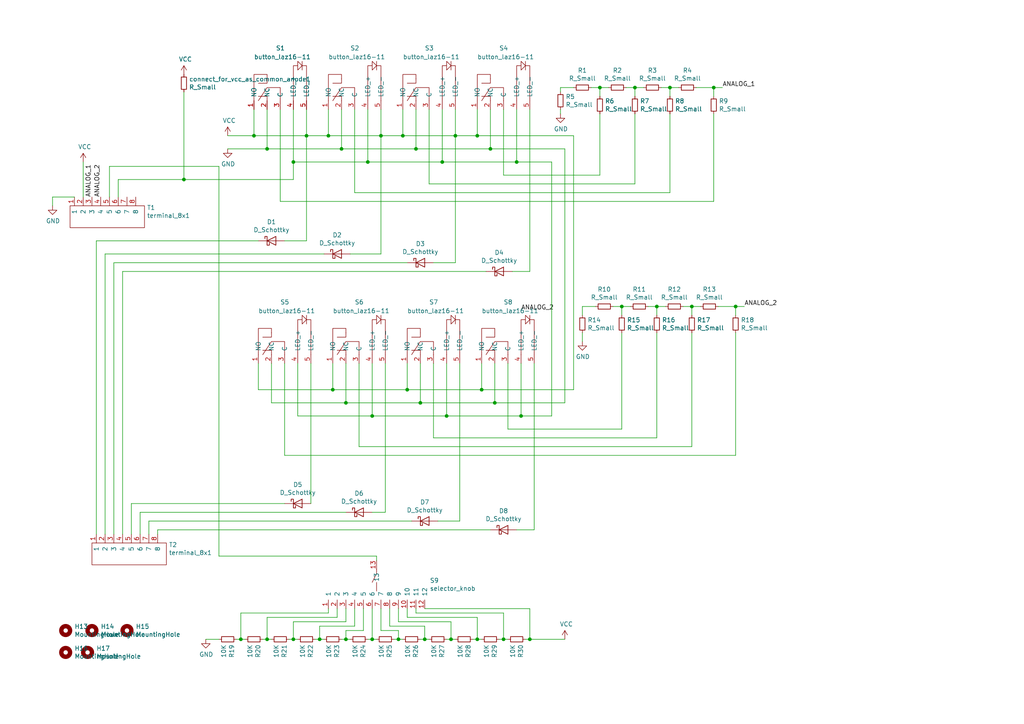
<source format=kicad_sch>
(kicad_sch (version 20211123) (generator eeschema)
  (paper "A4")
  (lib_symbols
    (symbol "Luciebox_components:D_Schottky" (pin_numbers hide) (pin_names (offset 1.016) hide)
      (property "Reference" "D" (at 0 2.54 0))
      (property "Value" "D_Schottky" (at 0 -2.54 0))
      (symbol "D_Schottky_0_1"
        (polyline (pts (xy 1.27 0) (xy -1.27 0)))
        (polyline (pts (xy 1.27 1.27) (xy 1.27 -1.27) (xy -1.27 0) (xy 1.27 1.27)) (stroke (width 0.2032)))
        (polyline (pts (xy -1.905 0.635) (xy -1.905 1.27) (xy -1.27 1.27) (xy -1.27 -1.27) (xy -0.635 -1.27) (xy -0.635 -0.635)) (stroke (width 0.2032)))
      )
      (symbol "D_Schottky_1_1"
        (pin passive line (at -3.81 0 0) (length 2.54) (name "K") (number "1"))
        (pin passive line (at 3.81 0 180) (length 2.54) (name "A") (number "2"))
      )
    )
    (symbol "Luciebox_components:MountingHole" (pin_names (offset 1.016))
      (property "Reference" "H" (at 0 5.08 0))
      (property "Value" "MountingHole" (at 0 3.175 0))
      (symbol "MountingHole_0_1"
        (circle (center 0 0) (radius 1.27) (stroke (width 1.27)))
      )
    )
    (symbol "Luciebox_components:R_Small" (pin_numbers hide) (pin_names (offset 0.254) hide)
      (property "Reference" "R" (at 0.762 0.508 0))
      (property "Value" "R_Small" (at 0.762 -1.016 0))
      (symbol "R_Small_0_1"
        (rectangle (start -0.762 1.778) (end 0.762 -1.778) (stroke (width 0.2032)))
      )
      (symbol "R_Small_1_1"
        (pin passive line (at 0 2.54 270) (length 0.762) (name "~") (number "1"))
        (pin passive line (at 0 -2.54 90) (length 0.762) (name "~") (number "2"))
      )
    )
    (symbol "Luciebox_components:R_Small-Device" (pin_numbers hide) (pin_names (offset 0.254) hide)
      (property "Reference" "R" (at 0.762 0.508 0))
      (property "Value" "R_Small-Device" (at 0.762 -1.016 0))
      (symbol "R_Small-Device_0_1"
        (rectangle (start -0.762 1.778) (end 0.762 -1.778) (stroke (width 0.2032)))
      )
      (symbol "R_Small-Device_1_1"
        (pin passive line (at 0 2.54 270) (length 0.762) (name "~") (number "1"))
        (pin passive line (at 0 -2.54 90) (length 0.762) (name "~") (number "2"))
      )
    )
    (symbol "Luciebox_components:button_laz16-11" (pin_names (offset 1.016))
      (property "Reference" "S" (at -1.27 6.35 0))
      (property "Value" "button_laz16-11" (at -1.27 6.35 0))
      (symbol "button_laz16-11_0_1"
        (polyline (pts (xy 6.35 -17.78) (xy 8.89 -17.78)))
        (polyline (pts (xy 3.81 -7.62) (xy 2.54 -7.62) (xy 2.54 -5.08)))
        (polyline (pts (xy -2.54 -11.43) (xy 1.27 -11.43) (xy 1.27 -7.62) (xy -2.54 -5.08)))
        (polyline (pts (xy -2.54 -3.81) (xy 5.08 -3.81) (xy 5.08 -7.62) (xy 3.81 -7.62)))
        (polyline (pts (xy -1.27 -5.08) (xy -1.27 -7.62) (xy -2.54 -7.62) (xy -1.27 -7.62)))
        (polyline (pts (xy 7.62 -17.78) (xy 7.62 -19.05) (xy -2.54 -19.05) (xy 2.54 -19.05)))
        (polyline (pts (xy -2.54 -15.24) (xy 7.62 -15.24) (xy 7.62 -16.51) (xy 6.35 -16.51) (xy 7.62 -17.78) (xy 8.89 -16.51) (xy 7.62 -16.51)))
      )
      (symbol "button_laz16-11_1_1"
        (pin input line (at -5.08 -3.81 0) (length 2.54) (name "NO") (number "1"))
        (pin input line (at -5.08 -7.62 0) (length 2.54) (name "NC") (number "2"))
        (pin input line (at -5.08 -11.43 0) (length 2.54) (name "C") (number "3"))
        (pin input line (at -5.08 -15.24 0) (length 2.54) (name "LED_+") (number "4"))
        (pin input line (at -5.08 -19.05 0) (length 2.54) (name "LED_-") (number "5"))
      )
    )
    (symbol "Luciebox_components:selector_knob" (pin_names (offset 1.016))
      (property "Reference" "S" (at 0 0 0))
      (property "Value" "selector_knob" (at 0 2.54 0))
      (symbol "selector_knob_0_0"
        (pin unspecified line (at -5.08 -2.54 0) (length 2.54) (name "1") (number "1"))
        (pin unspecified line (at -5.08 -25.4 0) (length 2.54) (name "10") (number "10"))
        (pin unspecified line (at -5.08 -27.94 0) (length 2.54) (name "11") (number "11"))
        (pin unspecified line (at -5.08 -30.48 0) (length 2.54) (name "12") (number "12"))
        (pin unspecified line (at 8.89 -16.51 180) (length 2.54) (name "13") (number "13"))
        (pin unspecified line (at -5.08 -5.08 0) (length 2.54) (name "2") (number "2"))
        (pin unspecified line (at -5.08 -7.62 0) (length 2.54) (name "3") (number "3"))
        (pin unspecified line (at -5.08 -10.16 0) (length 2.54) (name "4") (number "4"))
        (pin unspecified line (at -5.08 -12.7 0) (length 2.54) (name "5") (number "5"))
        (pin unspecified line (at -5.08 -15.24 0) (length 2.54) (name "6") (number "6"))
        (pin unspecified line (at -5.08 -17.78 0) (length 2.54) (name "7") (number "7"))
        (pin unspecified line (at -5.08 -20.32 0) (length 2.54) (name "8") (number "8"))
        (pin unspecified line (at -5.08 -22.86 0) (length 2.54) (name "9") (number "9"))
      )
      (symbol "selector_knob_0_1"
        (polyline (pts (xy 2.54 -16.51) (xy 0 -16.51)))
        (polyline (pts (xy 6.35 -16.51) (xy 5.08 -16.51) (xy 2.54 -15.24)))
      )
    )
    (symbol "Luciebox_components:terminal_8x1" (pin_names (offset 1.016))
      (property "Reference" "T" (at -1.27 27.94 0))
      (property "Value" "terminal_8x1" (at 2.54 -5.08 0))
      (symbol "terminal_8x1_0_0"
        (pin input line (at -1.27 0 0) (length 2.54) (name "1") (number "1"))
        (pin input line (at -1.27 2.54 0) (length 2.54) (name "2") (number "2"))
        (pin input line (at -1.27 5.08 0) (length 2.54) (name "3") (number "3"))
        (pin input line (at -1.27 7.62 0) (length 2.54) (name "4") (number "4"))
        (pin input line (at -1.27 10.16 0) (length 2.54) (name "5") (number "5"))
        (pin input line (at -1.27 12.7 0) (length 2.54) (name "6") (number "6"))
        (pin input line (at -1.27 15.24 0) (length 2.54) (name "7") (number "7"))
        (pin input line (at -1.27 17.78 0) (length 2.54) (name "8") (number "8"))
      )
      (symbol "terminal_8x1_0_1"
        (rectangle (start 1.27 20.32) (end 7.62 -1.27))
      )
    )
    (symbol "power:GND" (power) (pin_names (offset 0))
      (property "Value" "GND" (at 0 -3.81 0))
      (symbol "GND_0_1"
        (polyline (pts (xy 0 0) (xy 0 -1.27) (xy 1.27 -1.27) (xy 0 -2.54) (xy -1.27 -1.27) (xy 0 -1.27)))
      )
      (symbol "GND_1_1"
        (pin power_in line (at 0 0 270) (length 0) hide (name "GND") (number "1"))
      )
    )
    (symbol "power:VCC" (power) (pin_names (offset 0))
      (property "Value" "VCC" (at 0 3.81 0))
      (symbol "VCC_0_1"
        (polyline (pts (xy -0.762 1.27) (xy 0 2.54)))
        (polyline (pts (xy 0 0) (xy 0 2.54)))
        (polyline (pts (xy 0 2.54) (xy 0.762 1.27)))
      )
      (symbol "VCC_1_1"
        (pin power_in line (at 0 0 90) (length 0) hide (name "VCC") (number "1"))
      )
    )
  )
  (junction (at 153.67 185.42))
  (junction (at 107.95 120.65))
  (junction (at 142.24 43.18))
  (junction (at 100.33 116.84))
  (junction (at 143.51 116.84))
  (junction (at 123.19 185.42))
  (junction (at 100.33 185.42))
  (junction (at 129.54 120.65))
  (junction (at 128.27 46.99))
  (junction (at 110.49 39.37))
  (junction (at 85.09 185.42))
  (junction (at 99.06 43.18))
  (junction (at 77.47 43.18))
  (junction (at 132.08 39.37))
  (junction (at 69.85 185.42))
  (junction (at 88.9 39.37))
  (junction (at 121.92 116.84))
  (junction (at 95.25 39.37))
  (junction (at 149.86 46.99))
  (junction (at 106.68 46.99))
  (junction (at 151.13 120.65))
  (junction (at 139.7 113.03))
  (junction (at 85.09 46.99))
  (junction (at 116.84 39.37))
  (junction (at 77.47 185.42))
  (junction (at 138.43 39.37))
  (junction (at 194.31 25.4))
  (junction (at 146.05 185.42))
  (junction (at 92.71 185.42))
  (junction (at 207.01 25.4))
  (junction (at 115.57 185.42))
  (junction (at 180.34 88.9))
  (junction (at 173.99 25.4))
  (junction (at 96.52 113.03))
  (junction (at 130.81 185.42))
  (junction (at 53.34 52.07))
  (junction (at 118.11 113.03))
  (junction (at 120.65 43.18))
  (junction (at 184.15 25.4))
  (junction (at 213.36 88.9))
  (junction (at 138.43 185.42))
  (junction (at 200.66 88.9))
  (junction (at 73.66 39.37))
  (junction (at 107.95 185.42))
  (junction (at 190.5 88.9))
  (wire (pts (xy 95.25 39.37) (xy 110.49 39.37)))
  (wire (pts (xy 53.34 52.07) (xy 85.09 52.07)))
  (wire (pts (xy 120.65 43.18) (xy 142.24 43.18)))
  (wire (pts (xy 137.16 185.42) (xy 138.43 185.42)))
  (wire (pts (xy 166.37 39.37) (xy 166.37 113.03)))
  (wire (pts (xy 118.11 176.53) (xy 118.11 179.07)))
  (wire (pts (xy 106.68 185.42) (xy 107.95 185.42)))
  (wire (pts (xy 43.18 151.13) (xy 119.38 151.13)))
  (wire (pts (xy 97.79 176.53) (xy 97.79 179.07)))
  (wire (pts (xy 99.06 43.18) (xy 120.65 43.18)))
  (wire (pts (xy 27.94 69.85) (xy 74.93 69.85)))
  (wire (pts (xy 160.02 120.65) (xy 151.13 120.65)))
  (wire (pts (xy 53.34 52.07) (xy 34.29 52.07)))
  (wire (pts (xy 213.36 132.08) (xy 213.36 96.52)))
  (wire (pts (xy 166.37 25.4) (xy 162.56 25.4)))
  (wire (pts (xy 138.43 39.37) (xy 166.37 39.37)))
  (wire (pts (xy 104.14 105.41) (xy 104.14 129.54)))
  (wire (pts (xy 15.24 57.15) (xy 15.24 59.69)))
  (wire (pts (xy 40.64 148.59) (xy 100.33 148.59)))
  (wire (pts (xy 33.02 76.2) (xy 33.02 154.94)))
  (wire (pts (xy 142.24 43.18) (xy 142.24 31.75)))
  (wire (pts (xy 180.34 88.9) (xy 180.34 91.44)))
  (wire (pts (xy 149.86 46.99) (xy 149.86 31.75)))
  (wire (pts (xy 88.9 39.37) (xy 88.9 31.75)))
  (wire (pts (xy 85.09 185.42) (xy 86.36 185.42)))
  (wire (pts (xy 102.87 176.53) (xy 102.87 181.61)))
  (wire (pts (xy 138.43 185.42) (xy 139.7 185.42)))
  (wire (pts (xy 107.95 120.65) (xy 129.54 120.65)))
  (wire (pts (xy 30.48 73.66) (xy 30.48 154.94)))
  (wire (pts (xy 115.57 180.34) (xy 130.81 180.34)))
  (wire (pts (xy 100.33 182.88) (xy 105.41 182.88)))
  (wire (pts (xy 130.81 180.34) (xy 130.81 185.42)))
  (wire (pts (xy 82.55 132.08) (xy 213.36 132.08)))
  (wire (pts (xy 149.86 153.67) (xy 154.94 153.67)))
  (wire (pts (xy 132.08 39.37) (xy 138.43 39.37)))
  (wire (pts (xy 69.85 185.42) (xy 71.12 185.42)))
  (wire (pts (xy 198.12 88.9) (xy 200.66 88.9)))
  (wire (pts (xy 95.25 39.37) (xy 95.25 31.75)))
  (wire (pts (xy 85.09 46.99) (xy 106.68 46.99)))
  (wire (pts (xy 78.74 105.41) (xy 78.74 116.84)))
  (wire (pts (xy 125.73 76.2) (xy 132.08 76.2)))
  (wire (pts (xy 184.15 33.02) (xy 184.15 53.34)))
  (wire (pts (xy 132.08 76.2) (xy 132.08 39.37)))
  (wire (pts (xy 153.67 185.42) (xy 163.83 185.42)))
  (wire (pts (xy 100.33 185.42) (xy 101.6 185.42)))
  (wire (pts (xy 95.25 176.53) (xy 95.25 177.8)))
  (wire (pts (xy 162.56 25.4) (xy 162.56 26.67)))
  (wire (pts (xy 129.54 120.65) (xy 151.13 120.65)))
  (wire (pts (xy 120.65 176.53) (xy 120.65 177.8)))
  (wire (pts (xy 86.36 105.41) (xy 86.36 120.65)))
  (wire (pts (xy 33.02 76.2) (xy 118.11 76.2)))
  (wire (pts (xy 203.2 88.9) (xy 200.66 88.9)))
  (wire (pts (xy 118.11 113.03) (xy 118.11 105.41)))
  (wire (pts (xy 74.93 105.41) (xy 74.93 113.03)))
  (wire (pts (xy 171.45 25.4) (xy 173.99 25.4)))
  (wire (pts (xy 163.83 43.18) (xy 163.83 116.84)))
  (wire (pts (xy 182.88 88.9) (xy 180.34 88.9)))
  (wire (pts (xy 153.67 185.42) (xy 153.67 176.53)))
  (wire (pts (xy 121.92 116.84) (xy 121.92 105.41)))
  (wire (pts (xy 172.72 88.9) (xy 168.91 88.9)))
  (wire (pts (xy 35.56 78.74) (xy 140.97 78.74)))
  (wire (pts (xy 186.69 25.4) (xy 184.15 25.4)))
  (wire (pts (xy 129.54 120.65) (xy 129.54 105.41)))
  (wire (pts (xy 96.52 113.03) (xy 118.11 113.03)))
  (wire (pts (xy 151.13 120.65) (xy 151.13 105.41)))
  (wire (pts (xy 99.06 185.42) (xy 100.33 185.42)))
  (wire (pts (xy 193.04 88.9) (xy 190.5 88.9)))
  (wire (pts (xy 73.66 39.37) (xy 88.9 39.37)))
  (wire (pts (xy 144.78 185.42) (xy 146.05 185.42)))
  (wire (pts (xy 190.5 88.9) (xy 190.5 91.44)))
  (wire (pts (xy 116.84 39.37) (xy 132.08 39.37)))
  (wire (pts (xy 147.32 124.46) (xy 180.34 124.46)))
  (wire (pts (xy 53.34 26.67) (xy 53.34 52.07)))
  (wire (pts (xy 166.37 113.03) (xy 139.7 113.03)))
  (wire (pts (xy 85.09 31.75) (xy 85.09 46.99)))
  (wire (pts (xy 110.49 176.53) (xy 110.49 182.88)))
  (wire (pts (xy 85.09 46.99) (xy 85.09 52.07)))
  (wire (pts (xy 153.67 176.53) (xy 123.19 176.53)))
  (wire (pts (xy 207.01 33.02) (xy 207.01 58.42)))
  (wire (pts (xy 73.66 39.37) (xy 66.04 39.37)))
  (wire (pts (xy 153.67 78.74) (xy 153.67 31.75)))
  (wire (pts (xy 118.11 179.07) (xy 138.43 179.07)))
  (wire (pts (xy 146.05 31.75) (xy 146.05 50.8)))
  (wire (pts (xy 35.56 78.74) (xy 35.56 154.94)))
  (wire (pts (xy 123.19 185.42) (xy 124.46 185.42)))
  (wire (pts (xy 102.87 31.75) (xy 102.87 55.88)))
  (wire (pts (xy 115.57 176.53) (xy 115.57 180.34)))
  (wire (pts (xy 82.55 69.85) (xy 88.9 69.85)))
  (wire (pts (xy 121.92 116.84) (xy 143.51 116.84)))
  (wire (pts (xy 215.9 88.9) (xy 213.36 88.9)))
  (wire (pts (xy 78.74 116.84) (xy 100.33 116.84)))
  (wire (pts (xy 105.41 182.88) (xy 105.41 176.53)))
  (wire (pts (xy 125.73 127) (xy 125.73 105.41)))
  (wire (pts (xy 118.11 113.03) (xy 139.7 113.03)))
  (wire (pts (xy 209.55 25.4) (xy 207.01 25.4)))
  (wire (pts (xy 180.34 124.46) (xy 180.34 96.52)))
  (wire (pts (xy 143.51 116.84) (xy 143.51 105.41)))
  (wire (pts (xy 38.1 146.05) (xy 38.1 154.94)))
  (wire (pts (xy 27.94 69.85) (xy 27.94 154.94)))
  (wire (pts (xy 100.33 185.42) (xy 100.33 182.88)))
  (wire (pts (xy 124.46 53.34) (xy 184.15 53.34)))
  (wire (pts (xy 107.95 185.42) (xy 109.22 185.42)))
  (wire (pts (xy 128.27 46.99) (xy 149.86 46.99)))
  (wire (pts (xy 59.69 185.42) (xy 63.5 185.42)))
  (wire (pts (xy 208.28 88.9) (xy 213.36 88.9)))
  (wire (pts (xy 100.33 180.34) (xy 100.33 176.53)))
  (wire (pts (xy 130.81 185.42) (xy 132.08 185.42)))
  (wire (pts (xy 77.47 179.07) (xy 77.47 185.42)))
  (wire (pts (xy 184.15 25.4) (xy 184.15 27.94)))
  (wire (pts (xy 63.5 161.29) (xy 109.22 161.29)))
  (wire (pts (xy 128.27 46.99) (xy 128.27 31.75)))
  (wire (pts (xy 138.43 179.07) (xy 138.43 185.42)))
  (wire (pts (xy 173.99 25.4) (xy 173.99 27.94)))
  (wire (pts (xy 191.77 25.4) (xy 194.31 25.4)))
  (wire (pts (xy 201.93 25.4) (xy 207.01 25.4)))
  (wire (pts (xy 142.24 43.18) (xy 163.83 43.18)))
  (wire (pts (xy 106.68 46.99) (xy 128.27 46.99)))
  (wire (pts (xy 129.54 185.42) (xy 130.81 185.42)))
  (wire (pts (xy 83.82 185.42) (xy 85.09 185.42)))
  (wire (pts (xy 138.43 39.37) (xy 138.43 31.75)))
  (wire (pts (xy 146.05 185.42) (xy 147.32 185.42)))
  (wire (pts (xy 85.09 185.42) (xy 85.09 180.34)))
  (wire (pts (xy 82.55 105.41) (xy 82.55 132.08)))
  (wire (pts (xy 69.85 177.8) (xy 69.85 185.42)))
  (wire (pts (xy 21.59 57.15) (xy 15.24 57.15)))
  (wire (pts (xy 124.46 53.34) (xy 124.46 31.75)))
  (wire (pts (xy 132.08 39.37) (xy 132.08 31.75)))
  (wire (pts (xy 90.17 146.05) (xy 90.17 105.41)))
  (wire (pts (xy 81.28 58.42) (xy 207.01 58.42)))
  (wire (pts (xy 95.25 177.8) (xy 69.85 177.8)))
  (wire (pts (xy 181.61 25.4) (xy 184.15 25.4)))
  (wire (pts (xy 115.57 182.88) (xy 115.57 185.42)))
  (wire (pts (xy 102.87 55.88) (xy 194.31 55.88)))
  (wire (pts (xy 77.47 185.42) (xy 78.74 185.42)))
  (wire (pts (xy 139.7 113.03) (xy 139.7 105.41)))
  (wire (pts (xy 77.47 31.75) (xy 77.47 43.18)))
  (wire (pts (xy 68.58 185.42) (xy 69.85 185.42)))
  (wire (pts (xy 160.02 46.99) (xy 149.86 46.99)))
  (wire (pts (xy 92.71 181.61) (xy 92.71 185.42)))
  (wire (pts (xy 110.49 182.88) (xy 115.57 182.88)))
  (wire (pts (xy 91.44 185.42) (xy 92.71 185.42)))
  (wire (pts (xy 121.92 185.42) (xy 123.19 185.42)))
  (wire (pts (xy 34.29 52.07) (xy 34.29 57.15)))
  (wire (pts (xy 30.48 73.66) (xy 93.98 73.66)))
  (wire (pts (xy 109.22 161.29) (xy 109.22 162.56)))
  (wire (pts (xy 106.68 46.99) (xy 106.68 31.75)))
  (wire (pts (xy 147.32 105.41) (xy 147.32 124.46)))
  (wire (pts (xy 190.5 127) (xy 190.5 96.52)))
  (wire (pts (xy 107.95 176.53) (xy 107.95 185.42)))
  (wire (pts (xy 148.59 78.74) (xy 153.67 78.74)))
  (wire (pts (xy 45.72 153.67) (xy 142.24 153.67)))
  (wire (pts (xy 100.33 116.84) (xy 121.92 116.84)))
  (wire (pts (xy 120.65 43.18) (xy 120.65 31.75)))
  (wire (pts (xy 154.94 153.67) (xy 154.94 105.41)))
  (wire (pts (xy 77.47 43.18) (xy 99.06 43.18)))
  (wire (pts (xy 111.76 148.59) (xy 107.95 148.59)))
  (wire (pts (xy 127 151.13) (xy 133.35 151.13)))
  (wire (pts (xy 31.75 48.26) (xy 63.5 48.26)))
  (wire (pts (xy 102.87 181.61) (xy 92.71 181.61)))
  (wire (pts (xy 76.2 185.42) (xy 77.47 185.42)))
  (wire (pts (xy 173.99 33.02) (xy 173.99 50.8)))
  (wire (pts (xy 123.19 181.61) (xy 123.19 185.42)))
  (wire (pts (xy 74.93 113.03) (xy 96.52 113.03)))
  (wire (pts (xy 85.09 180.34) (xy 100.33 180.34)))
  (wire (pts (xy 196.85 25.4) (xy 194.31 25.4)))
  (wire (pts (xy 96.52 113.03) (xy 96.52 105.41)))
  (wire (pts (xy 110.49 39.37) (xy 110.49 73.66)))
  (wire (pts (xy 88.9 39.37) (xy 88.9 69.85)))
  (wire (pts (xy 146.05 50.8) (xy 173.99 50.8)))
  (wire (pts (xy 113.03 181.61) (xy 123.19 181.61)))
  (wire (pts (xy 63.5 48.26) (xy 63.5 161.29)))
  (wire (pts (xy 146.05 177.8) (xy 146.05 185.42)))
  (wire (pts (xy 177.8 88.9) (xy 180.34 88.9)))
  (wire (pts (xy 99.06 43.18) (xy 99.06 31.75)))
  (wire (pts (xy 200.66 129.54) (xy 200.66 96.52)))
  (wire (pts (xy 40.64 148.59) (xy 40.64 154.94)))
  (wire (pts (xy 100.33 116.84) (xy 100.33 105.41)))
  (wire (pts (xy 125.73 127) (xy 190.5 127)))
  (wire (pts (xy 207.01 25.4) (xy 207.01 27.94)))
  (wire (pts (xy 24.13 46.99) (xy 24.13 57.15)))
  (wire (pts (xy 111.76 105.41) (xy 111.76 148.59)))
  (wire (pts (xy 82.55 146.05) (xy 38.1 146.05)))
  (wire (pts (xy 116.84 39.37) (xy 116.84 31.75)))
  (wire (pts (xy 110.49 39.37) (xy 116.84 39.37)))
  (wire (pts (xy 160.02 46.99) (xy 160.02 120.65)))
  (wire (pts (xy 114.3 185.42) (xy 115.57 185.42)))
  (wire (pts (xy 200.66 88.9) (xy 200.66 91.44)))
  (wire (pts (xy 97.79 179.07) (xy 77.47 179.07)))
  (wire (pts (xy 163.83 116.84) (xy 143.51 116.84)))
  (wire (pts (xy 176.53 25.4) (xy 173.99 25.4)))
  (wire (pts (xy 88.9 39.37) (xy 95.25 39.37)))
  (wire (pts (xy 115.57 185.42) (xy 116.84 185.42)))
  (wire (pts (xy 86.36 120.65) (xy 107.95 120.65)))
  (wire (pts (xy 31.75 57.15) (xy 31.75 48.26)))
  (wire (pts (xy 120.65 177.8) (xy 146.05 177.8)))
  (wire (pts (xy 187.96 88.9) (xy 190.5 88.9)))
  (wire (pts (xy 168.91 88.9) (xy 168.91 91.44)))
  (wire (pts (xy 81.28 31.75) (xy 81.28 58.42)))
  (wire (pts (xy 92.71 185.42) (xy 93.98 185.42)))
  (wire (pts (xy 113.03 176.53) (xy 113.03 181.61)))
  (wire (pts (xy 194.31 33.02) (xy 194.31 55.88)))
  (wire (pts (xy 66.04 43.18) (xy 77.47 43.18)))
  (wire (pts (xy 133.35 151.13) (xy 133.35 105.41)))
  (wire (pts (xy 45.72 154.94) (xy 45.72 153.67)))
  (wire (pts (xy 168.91 96.52) (xy 168.91 99.06)))
  (wire (pts (xy 43.18 154.94) (xy 43.18 151.13)))
  (wire (pts (xy 213.36 88.9) (xy 213.36 91.44)))
  (wire (pts (xy 162.56 31.75) (xy 162.56 33.02)))
  (wire (pts (xy 194.31 25.4) (xy 194.31 27.94)))
  (wire (pts (xy 110.49 73.66) (xy 101.6 73.66)))
  (wire (pts (xy 110.49 39.37) (xy 110.49 31.75)))
  (wire (pts (xy 107.95 120.65) (xy 107.95 105.41)))
  (wire (pts (xy 152.4 185.42) (xy 153.67 185.42)))
  (wire (pts (xy 73.66 31.75) (xy 73.66 39.37)))
  (wire (pts (xy 104.14 129.54) (xy 200.66 129.54)))
  (label "ANALOG_2" (at 215.9 88.9 0))
  (label "ANALOG_1" (at 209.55 25.4 0))
  (label "ANALOG_1" (at 26.67 57.15 90))
  (label "ANALOG_2" (at 29.21 57.15 90))
  (label "ANALOG_2" (at 151.13 90.17 0))
  (symbol (lib_id "Luciebox_components:D_Schottky") (at 146.05 153.67 0) (unit 1)
    (property "Reference" "D8" (at 146.05 148.1836 0))
    (property "Value" "D_Schottky" (at 146.05 150.495 0))
    (property "Footprint" "Luciebox_components:smd_throughhole_2_pins" (effects hide))
  )
  (symbol (lib_id "Luciebox_components:MountingHole") (at 16.51 -53.34 0) (unit 1)
    (property "Reference" "H5" (at 19.05 -54.5084 0) (effects (justify left)))
    (property "Value" "MountingHole" (at 19.05 -52.197 0) (effects (justify left)))
    (property "Footprint" "Luciebox_components:MountingHole_4.3mm_M4" (effects hide))
  )
  (symbol (lib_id "Luciebox_components:R_Small") (at 199.39 25.4 270) (unit 1)
    (property "Reference" "R4" (at 199.39 20.4216 90))
    (property "Value" "R_Small" (at 199.39 22.733 90))
    (property "Footprint" "Luciebox_components:1206_0805" (effects hide))
  )
  (symbol (lib_id "Luciebox_components:MountingHole") (at 27.94 -53.34 0) (unit 1)
    (property "Reference" "H7" (at 30.48 -54.5084 0) (effects (justify left)))
    (property "Value" "MountingHole" (at 30.48 -52.197 0) (effects (justify left)))
    (property "Footprint" "Luciebox_components:MountingHole_4.3mm_M4" (effects hide))
  )
  (symbol (lib_id "Luciebox_components:R_Small") (at 173.99 30.48 0) (unit 1)
    (property "Reference" "R6" (at 175.4886 29.3116 0) (effects (justify left)))
    (property "Value" "R_Small" (at 175.4886 31.623 0) (effects (justify left)))
    (property "Footprint" "Luciebox_components:1206_0805" (effects hide))
  )
  (symbol (lib_id "Luciebox_components:R_Small") (at 168.91 93.98 0) (unit 1)
    (property "Reference" "R14" (at 170.4086 92.8116 0) (effects (justify left)))
    (property "Value" "R_Small" (at 170.4086 95.123 0) (effects (justify left)))
    (property "Footprint" "Luciebox_components:1206_0805" (effects hide))
  )
  (symbol (lib_id "Luciebox_components:R_Small-Device") (at 149.86 185.42 270) (unit 1)
    (property "Reference" "R30" (at 151.0284 186.9186 0) (effects (justify left)))
    (property "Value" "10K" (at 148.717 186.9186 0) (effects (justify left)))
    (property "Footprint" "Luciebox_components:1206_0805" (effects hide))
  )
  (symbol (lib_id "Luciebox_components:MountingHole") (at 16.51 -59.69 0) (unit 1)
    (property "Reference" "H1" (at 19.05 -60.8584 0) (effects (justify left)))
    (property "Value" "MountingHole" (at 19.05 -58.547 0) (effects (justify left)))
    (property "Footprint" "Luciebox_components:MountingHole_4.3mm_M4" (effects hide))
  )
  (symbol (lib_id "Luciebox_components:R_Small") (at 185.42 88.9 270) (unit 1)
    (property "Reference" "R11" (at 185.42 83.9216 90))
    (property "Value" "R_Small" (at 185.42 86.233 90))
    (property "Footprint" "Luciebox_components:1206_0805" (effects hide))
  )
  (symbol (lib_id "Luciebox_components:button_laz16-11") (at 69.85 26.67 90) (unit 1)
    (property "Reference" "S1" (at 80.01 13.97 90) (effects (justify right)))
    (property "Value" "button_laz16-11" (at 73.66 16.51 90) (effects (justify right)))
    (property "Footprint" "Luciebox_components:button_LAZ16-11" (effects hide))
  )
  (symbol (lib_id "Luciebox_components:R_Small-Device") (at 119.38 185.42 270) (unit 1)
    (property "Reference" "R26" (at 120.5484 186.9186 0) (effects (justify left)))
    (property "Value" "10K" (at 118.237 186.9186 0) (effects (justify left)))
    (property "Footprint" "Luciebox_components:1206_0805" (effects hide))
  )
  (symbol (lib_id "power:VCC") (at 163.83 185.42 0) (unit 1)
    (property "Reference" "#PWR0101" (effects hide))
    (property "Value" "VCC" (at 164.2618 181.0258 0))
  )
  (symbol (lib_id "Luciebox_components:D_Schottky") (at 144.78 78.74 0) (unit 1)
    (property "Reference" "D4" (at 144.78 73.2536 0))
    (property "Value" "D_Schottky" (at 144.78 75.565 0))
    (property "Footprint" "Luciebox_components:smd_throughhole_2_pins" (effects hide))
  )
  (symbol (lib_id "power:GND") (at 168.91 99.06 0) (unit 1)
    (property "Reference" "#PWR07" (effects hide))
    (property "Value" "GND" (at 169.037 103.4542 0))
  )
  (symbol (lib_id "Luciebox_components:button_laz16-11") (at 135.89 100.33 90) (unit 1)
    (property "Reference" "S8" (at 146.05 87.63 90) (effects (justify right)))
    (property "Value" "button_laz16-11" (at 139.7 90.17 90) (effects (justify right)))
    (property "Footprint" "Luciebox_components:button_LAZ16-11" (effects hide))
  )
  (symbol (lib_id "Luciebox_components:button_laz16-11") (at 113.03 26.67 90) (unit 1)
    (property "Reference" "S3" (at 123.19 13.97 90) (effects (justify right)))
    (property "Value" "button_laz16-11" (at 116.84 16.51 90) (effects (justify right)))
    (property "Footprint" "Luciebox_components:button_LAZ16-11" (effects hide))
  )
  (symbol (lib_id "Luciebox_components:R_Small") (at 162.56 29.21 0) (unit 1)
    (property "Reference" "R5" (at 164.0586 28.0416 0) (effects (justify left)))
    (property "Value" "R_Small" (at 164.0586 30.353 0) (effects (justify left)))
    (property "Footprint" "Luciebox_components:1206_0805" (effects hide))
  )
  (symbol (lib_id "Luciebox_components:D_Schottky") (at 86.36 146.05 0) (unit 1)
    (property "Reference" "D5" (at 86.36 140.5636 0))
    (property "Value" "D_Schottky" (at 86.36 142.875 0))
    (property "Footprint" "Luciebox_components:smd_throughhole_2_pins" (effects hide))
  )
  (symbol (lib_id "Luciebox_components:R_Small") (at 200.66 93.98 0) (unit 1)
    (property "Reference" "R17" (at 202.1586 92.8116 0) (effects (justify left)))
    (property "Value" "R_Small" (at 202.1586 95.123 0) (effects (justify left)))
    (property "Footprint" "Luciebox_components:1206_0805" (effects hide))
  )
  (symbol (lib_id "Luciebox_components:MountingHole") (at 33.02 -59.69 0) (unit 1)
    (property "Reference" "H4" (at 35.56 -60.8584 0) (effects (justify left)))
    (property "Value" "MountingHole" (at 35.56 -58.547 0) (effects (justify left)))
    (property "Footprint" "Luciebox_components:MountingHole_4.3mm_M4" (effects hide))
  )
  (symbol (lib_id "Luciebox_components:R_Small") (at 194.31 30.48 0) (unit 1)
    (property "Reference" "R8" (at 195.8086 29.3116 0) (effects (justify left)))
    (property "Value" "R_Small" (at 195.8086 31.623 0) (effects (justify left)))
    (property "Footprint" "Luciebox_components:1206_0805" (effects hide))
  )
  (symbol (lib_id "Luciebox_components:button_laz16-11") (at 92.71 100.33 90) (unit 1)
    (property "Reference" "S6" (at 102.87 87.63 90) (effects (justify right)))
    (property "Value" "button_laz16-11" (at 96.52 90.17 90) (effects (justify right)))
    (property "Footprint" "Luciebox_components:button_LAZ16-11" (effects hide))
  )
  (symbol (lib_id "Luciebox_components:R_Small") (at 175.26 88.9 270) (unit 1)
    (property "Reference" "R10" (at 175.26 83.9216 90))
    (property "Value" "R_Small" (at 175.26 86.233 90))
    (property "Footprint" "Luciebox_components:1206_0805" (effects hide))
  )
  (symbol (lib_id "Luciebox_components:MountingHole") (at 36.83 182.88 0) (unit 1)
    (property "Reference" "H15" (at 39.37 181.7116 0) (effects (justify left)))
    (property "Value" "MountingHole" (at 39.37 184.023 0) (effects (justify left)))
    (property "Footprint" "Luciebox_components:MountingHole_4.3mm_M4" (effects hide))
  )
  (symbol (lib_id "Luciebox_components:MountingHole") (at 22.86 -53.34 0) (unit 1)
    (property "Reference" "H6" (at 25.4 -54.5084 0) (effects (justify left)))
    (property "Value" "MountingHole" (at 25.4 -52.197 0) (effects (justify left)))
    (property "Footprint" "Luciebox_components:MountingHole_4.3mm_M4" (effects hide))
  )
  (symbol (lib_id "Luciebox_components:terminal_8x1") (at 21.59 58.42 270) (unit 1)
    (property "Reference" "T1" (at 42.6212 60.2234 90) (effects (justify left)))
    (property "Value" "terminal_8x1" (at 42.6212 62.5348 90) (effects (justify left)))
    (property "Footprint" "Luciebox_components:Terminal_8x1_100mil" (effects hide))
  )
  (symbol (lib_id "power:GND") (at 59.69 185.42 0) (unit 1)
    (property "Reference" "#PWR0102" (effects hide))
    (property "Value" "GND" (at 59.817 189.8142 0))
  )
  (symbol (lib_id "power:GND") (at 162.56 33.02 0) (unit 1)
    (property "Reference" "#PWR02" (effects hide))
    (property "Value" "GND" (at 162.687 37.4142 0))
  )
  (symbol (lib_id "Luciebox_components:R_Small-Device") (at 73.66 185.42 270) (unit 1)
    (property "Reference" "R20" (at 74.8284 186.9186 0) (effects (justify left)))
    (property "Value" "10K" (at 72.517 186.9186 0) (effects (justify left)))
    (property "Footprint" "Luciebox_components:1206_0805" (effects hide))
  )
  (symbol (lib_id "Luciebox_components:MountingHole") (at 22.86 -59.69 0) (unit 1)
    (property "Reference" "H2" (at 25.4 -60.8584 0) (effects (justify left)))
    (property "Value" "MountingHole" (at 25.4 -58.547 0) (effects (justify left)))
    (property "Footprint" "Luciebox_components:MountingHole_4.3mm_M4" (effects hide))
  )
  (symbol (lib_id "Luciebox_components:D_Schottky") (at 97.79 73.66 0) (unit 1)
    (property "Reference" "D2" (at 97.79 68.1736 0))
    (property "Value" "D_Schottky" (at 97.79 70.485 0))
    (property "Footprint" "Luciebox_components:smd_throughhole_2_pins" (effects hide))
  )
  (symbol (lib_id "Luciebox_components:button_laz16-11") (at 134.62 26.67 90) (unit 1)
    (property "Reference" "S4" (at 144.78 13.97 90) (effects (justify right)))
    (property "Value" "button_laz16-11" (at 138.43 16.51 90) (effects (justify right)))
    (property "Footprint" "Luciebox_components:button_LAZ16-11" (effects hide))
  )
  (symbol (lib_id "Luciebox_components:button_laz16-11") (at 91.44 26.67 90) (unit 1)
    (property "Reference" "S2" (at 101.6 13.97 90) (effects (justify right)))
    (property "Value" "button_laz16-11" (at 95.25 16.51 90) (effects (justify right)))
    (property "Footprint" "Luciebox_components:button_LAZ16-11" (effects hide))
  )
  (symbol (lib_id "Luciebox_components:R_Small-Device") (at 104.14 185.42 270) (unit 1)
    (property "Reference" "R24" (at 105.3084 186.9186 0) (effects (justify left)))
    (property "Value" "10K" (at 102.997 186.9186 0) (effects (justify left)))
    (property "Footprint" "Luciebox_components:1206_0805" (effects hide))
  )
  (symbol (lib_id "Luciebox_components:MountingHole") (at 27.94 -46.99 0) (unit 1)
    (property "Reference" "H11" (at 30.48 -48.1584 0) (effects (justify left)))
    (property "Value" "MountingHole" (at 30.48 -45.847 0) (effects (justify left)))
    (property "Footprint" "Luciebox_components:MountingHole_4.3mm_M4" (effects hide))
  )
  (symbol (lib_id "Luciebox_components:R_Small") (at 189.23 25.4 270) (unit 1)
    (property "Reference" "R3" (at 189.23 20.4216 90))
    (property "Value" "R_Small" (at 189.23 22.733 90))
    (property "Footprint" "Luciebox_components:1206_0805" (effects hide))
  )
  (symbol (lib_id "Luciebox_components:MountingHole") (at 26.67 182.88 0) (unit 1)
    (property "Reference" "H14" (at 29.21 181.7116 0) (effects (justify left)))
    (property "Value" "MountingHole" (at 29.21 184.023 0) (effects (justify left)))
    (property "Footprint" "Luciebox_components:MountingHole_4.3mm_M4" (effects hide))
  )
  (symbol (lib_id "Luciebox_components:R_Small-Device") (at 88.9 185.42 270) (unit 1)
    (property "Reference" "R22" (at 90.0684 186.9186 0) (effects (justify left)))
    (property "Value" "10K" (at 87.757 186.9186 0) (effects (justify left)))
    (property "Footprint" "Luciebox_components:1206_0805" (effects hide))
  )
  (symbol (lib_id "Luciebox_components:R_Small-Device") (at 111.76 185.42 270) (unit 1)
    (property "Reference" "R25" (at 112.9284 186.9186 0) (effects (justify left)))
    (property "Value" "10K" (at 110.617 186.9186 0) (effects (justify left)))
    (property "Footprint" "Luciebox_components:1206_0805" (effects hide))
  )
  (symbol (lib_id "Luciebox_components:MountingHole") (at 25.4 189.23 0) (unit 1)
    (property "Reference" "H17" (at 27.94 188.0616 0) (effects (justify left)))
    (property "Value" "MountingHole" (at 27.94 190.373 0) (effects (justify left)))
    (property "Footprint" "Luciebox_components:MountingHole_4.3mm_M4" (effects hide))
  )
  (symbol (lib_id "Luciebox_components:selector_knob") (at 92.71 171.45 90) (unit 1)
    (property "Reference" "S9" (at 124.6632 168.3766 90) (effects (justify right)))
    (property "Value" "selector_knob" (at 124.6632 170.688 90) (effects (justify right)))
    (property "Footprint" "Luciebox_components:Rotary_Switch" (effects hide))
  )
  (symbol (lib_id "power:GND") (at 66.04 43.18 0) (unit 1)
    (property "Reference" "#PWR04" (effects hide))
    (property "Value" "GND" (at 66.167 47.5742 0))
  )
  (symbol (lib_id "Luciebox_components:R_Small-Device") (at 127 185.42 270) (unit 1)
    (property "Reference" "R27" (at 128.1684 186.9186 0) (effects (justify left)))
    (property "Value" "10K" (at 125.857 186.9186 0) (effects (justify left)))
    (property "Footprint" "Luciebox_components:1206_0805" (effects hide))
  )
  (symbol (lib_id "power:GND") (at 15.24 59.69 0) (unit 1)
    (property "Reference" "#PWR06" (effects hide))
    (property "Value" "GND" (at 15.367 64.0842 0))
  )
  (symbol (lib_id "Luciebox_components:R_Small") (at 207.01 30.48 0) (unit 1)
    (property "Reference" "R9" (at 208.5086 29.3116 0) (effects (justify left)))
    (property "Value" "R_Small" (at 208.5086 31.623 0) (effects (justify left)))
    (property "Footprint" "Luciebox_components:1206_0805" (effects hide))
  )
  (symbol (lib_id "Luciebox_components:R_Small-Device") (at 81.28 185.42 270) (unit 1)
    (property "Reference" "R21" (at 82.4484 186.9186 0) (effects (justify left)))
    (property "Value" "10K" (at 80.137 186.9186 0) (effects (justify left)))
    (property "Footprint" "Luciebox_components:1206_0805" (effects hide))
  )
  (symbol (lib_id "Luciebox_components:R_Small") (at 205.74 88.9 270) (unit 1)
    (property "Reference" "R13" (at 205.74 83.9216 90))
    (property "Value" "R_Small" (at 205.74 86.233 90))
    (property "Footprint" "Luciebox_components:1206_0805" (effects hide))
  )
  (symbol (lib_id "power:VCC") (at 66.04 39.37 0) (unit 1)
    (property "Reference" "#PWR03" (effects hide))
    (property "Value" "VCC" (at 66.4718 34.9758 0))
  )
  (symbol (lib_id "Luciebox_components:D_Schottky") (at 78.74 69.85 0) (unit 1)
    (property "Reference" "D1" (at 78.74 64.3636 0))
    (property "Value" "D_Schottky" (at 78.74 66.675 0))
    (property "Footprint" "Luciebox_components:smd_throughhole_2_pins" (effects hide))
  )
  (symbol (lib_id "Luciebox_components:MountingHole") (at 16.51 -46.99 0) (unit 1)
    (property "Reference" "H9" (at 19.05 -48.1584 0) (effects (justify left)))
    (property "Value" "MountingHole" (at 19.05 -45.847 0) (effects (justify left)))
    (property "Footprint" "Luciebox_components:MountingHole_4.3mm_M4" (effects hide))
  )
  (symbol (lib_id "Luciebox_components:D_Schottky") (at 121.92 76.2 0) (unit 1)
    (property "Reference" "D3" (at 121.92 70.7136 0))
    (property "Value" "D_Schottky" (at 121.92 73.025 0))
    (property "Footprint" "Luciebox_components:smd_throughhole_2_pins" (effects hide))
  )
  (symbol (lib_id "Luciebox_components:R_Small") (at 180.34 93.98 0) (unit 1)
    (property "Reference" "R15" (at 181.8386 92.8116 0) (effects (justify left)))
    (property "Value" "R_Small" (at 181.8386 95.123 0) (effects (justify left)))
    (property "Footprint" "Luciebox_components:1206_0805" (effects hide))
  )
  (symbol (lib_id "Luciebox_components:D_Schottky") (at 123.19 151.13 0) (unit 1)
    (property "Reference" "D7" (at 123.19 145.6436 0))
    (property "Value" "D_Schottky" (at 123.19 147.955 0))
    (property "Footprint" "Luciebox_components:smd_throughhole_2_pins" (effects hide))
  )
  (symbol (lib_id "Luciebox_components:MountingHole") (at 22.86 -46.99 0) (unit 1)
    (property "Reference" "H10" (at 25.4 -48.1584 0) (effects (justify left)))
    (property "Value" "MountingHole" (at 25.4 -45.847 0) (effects (justify left)))
    (property "Footprint" "Luciebox_components:MountingHole_4.3mm_M4" (effects hide))
  )
  (symbol (lib_id "Luciebox_components:button_laz16-11") (at 114.3 100.33 90) (unit 1)
    (property "Reference" "S7" (at 124.46 87.63 90) (effects (justify right)))
    (property "Value" "button_laz16-11" (at 118.11 90.17 90) (effects (justify right)))
    (property "Footprint" "Luciebox_components:button_LAZ16-11" (effects hide))
  )
  (symbol (lib_id "Luciebox_components:MountingHole") (at 27.94 -59.69 0) (unit 1)
    (property "Reference" "H3" (at 30.48 -60.8584 0) (effects (justify left)))
    (property "Value" "MountingHole" (at 30.48 -58.547 0) (effects (justify left)))
    (property "Footprint" "Luciebox_components:MountingHole_4.3mm_M4" (effects hide))
  )
  (symbol (lib_id "Luciebox_components:R_Small-Device") (at 66.04 185.42 270) (unit 1)
    (property "Reference" "R19" (at 67.2084 186.9186 0) (effects (justify left)))
    (property "Value" "10K" (at 64.897 186.9186 0) (effects (justify left)))
    (property "Footprint" "Luciebox_components:1206_0805" (effects hide))
  )
  (symbol (lib_id "Luciebox_components:MountingHole") (at 33.02 -53.34 0) (unit 1)
    (property "Reference" "H8" (at 35.56 -54.5084 0) (effects (justify left)))
    (property "Value" "MountingHole" (at 35.56 -52.197 0) (effects (justify left)))
    (property "Footprint" "Luciebox_components:MountingHole_4.3mm_M4" (effects hide))
  )
  (symbol (lib_id "Luciebox_components:MountingHole") (at 19.05 189.23 0) (unit 1)
    (property "Reference" "H16" (at 21.59 188.0616 0) (effects (justify left)))
    (property "Value" "MountingHole" (at 21.59 190.373 0) (effects (justify left)))
    (property "Footprint" "Luciebox_components:MountingHole_4.3mm_M4" (effects hide))
  )
  (symbol (lib_id "power:VCC") (at 24.13 46.99 0) (unit 1)
    (property "Reference" "#PWR05" (effects hide))
    (property "Value" "VCC" (at 24.5618 42.5958 0))
  )
  (symbol (lib_id "Luciebox_components:button_laz16-11") (at 71.12 100.33 90) (unit 1)
    (property "Reference" "S5" (at 81.28 87.63 90) (effects (justify right)))
    (property "Value" "button_laz16-11" (at 74.93 90.17 90) (effects (justify right)))
    (property "Footprint" "Luciebox_components:button_LAZ16-11" (effects hide))
  )
  (symbol (lib_id "Luciebox_components:R_Small") (at 190.5 93.98 0) (unit 1)
    (property "Reference" "R16" (at 191.9986 92.8116 0) (effects (justify left)))
    (property "Value" "R_Small" (at 191.9986 95.123 0) (effects (justify left)))
    (property "Footprint" "Luciebox_components:1206_0805" (effects hide))
  )
  (symbol (lib_id "Luciebox_components:R_Small-Device") (at 142.24 185.42 270) (unit 1)
    (property "Reference" "R29" (at 143.4084 186.9186 0) (effects (justify left)))
    (property "Value" "10K" (at 141.097 186.9186 0) (effects (justify left)))
    (property "Footprint" "Luciebox_components:1206_0805" (effects hide))
  )
  (symbol (lib_id "Luciebox_components:R_Small") (at 184.15 30.48 0) (unit 1)
    (property "Reference" "R7" (at 185.6486 29.3116 0) (effects (justify left)))
    (property "Value" "R_Small" (at 185.6486 31.623 0) (effects (justify left)))
    (property "Footprint" "Luciebox_components:1206_0805" (effects hide))
  )
  (symbol (lib_id "Luciebox_components:R_Small") (at 53.34 24.13 0) (unit 1)
    (property "Reference" "connect_for_vcc_as_common_anode1" (at 54.8386 22.9616 0) (effects (justify left)))
    (property "Value" "R_Small" (at 54.8386 25.273 0) (effects (justify left)))
    (property "Footprint" "Luciebox_components:1206_0805" (effects hide))
  )
  (symbol (lib_id "Luciebox_components:MountingHole") (at 33.02 -46.99 0) (unit 1)
    (property "Reference" "H12" (at 35.56 -48.1584 0) (effects (justify left)))
    (property "Value" "MountingHole" (at 35.56 -45.847 0) (effects (justify left)))
    (property "Footprint" "Luciebox_components:MountingHole_4.3mm_M4" (effects hide))
  )
  (symbol (lib_id "Luciebox_components:R_Small-Device") (at 134.62 185.42 270) (unit 1)
    (property "Reference" "R28" (at 135.7884 186.9186 0) (effects (justify left)))
    (property "Value" "10K" (at 133.477 186.9186 0) (effects (justify left)))
    (property "Footprint" "Luciebox_components:1206_0805" (effects hide))
  )
  (symbol (lib_id "Luciebox_components:D_Schottky") (at 104.14 148.59 0) (unit 1)
    (property "Reference" "D6" (at 104.14 143.1036 0))
    (property "Value" "D_Schottky" (at 104.14 145.415 0))
    (property "Footprint" "Luciebox_components:smd_throughhole_2_pins" (effects hide))
  )
  (symbol (lib_id "Luciebox_components:R_Small") (at 213.36 93.98 0) (unit 1)
    (property "Reference" "R18" (at 214.8586 92.8116 0) (effects (justify left)))
    (property "Value" "R_Small" (at 214.8586 95.123 0) (effects (justify left)))
    (property "Footprint" "Luciebox_components:1206_0805" (effects hide))
  )
  (symbol (lib_id "Luciebox_components:terminal_8x1") (at 27.94 156.21 270) (unit 1)
    (property "Reference" "T2" (at 48.9712 158.0134 90) (effects (justify left)))
    (property "Value" "terminal_8x1" (at 48.9712 160.3248 90) (effects (justify left)))
    (property "Footprint" "Luciebox_components:Terminal_8x1_100mil" (effects hide))
  )
  (symbol (lib_id "Luciebox_components:R_Small") (at 195.58 88.9 270) (unit 1)
    (property "Reference" "R12" (at 195.58 83.9216 90))
    (property "Value" "R_Small" (at 195.58 86.233 90))
    (property "Footprint" "Luciebox_components:1206_0805" (effects hide))
  )
  (symbol (lib_id "Luciebox_components:R_Small") (at 179.07 25.4 270) (unit 1)
    (property "Reference" "R2" (at 179.07 20.4216 90))
    (property "Value" "R_Small" (at 179.07 22.733 90))
    (property "Footprint" "Luciebox_components:1206_0805" (effects hide))
  )
  (symbol (lib_id "Luciebox_components:R_Small") (at 168.91 25.4 270) (unit 1)
    (property "Reference" "R1" (at 168.91 20.4216 90))
    (property "Value" "R_Small" (at 168.91 22.733 90))
    (property "Footprint" "Luciebox_components:1206_0805" (effects hide))
  )
  (symbol (lib_id "Luciebox_components:R_Small-Device") (at 96.52 185.42 270) (unit 1)
    (property "Reference" "R23" (at 97.6884 186.9186 0) (effects (justify left)))
    (property "Value" "10K" (at 95.377 186.9186 0) (effects (justify left)))
    (property "Footprint" "Luciebox_components:1206_0805" (effects hide))
  )
  (symbol (lib_id "power:VCC") (at 53.34 21.59 0) (unit 1)
    (property "Reference" "#PWR01" (effects hide))
    (property "Value" "VCC" (at 53.7718 17.1958 0))
  )
  (symbol (lib_id "Luciebox_components:MountingHole") (at 19.05 182.88 0) (unit 1)
    (property "Reference" "H13" (at 21.59 181.7116 0) (effects (justify left)))
    (property "Value" "MountingHole" (at 21.59 184.023 0) (effects (justify left)))
    (property "Footprint" "Luciebox_components:MountingHole_4.3mm_M4" (effects hide))
  )
)
</source>
